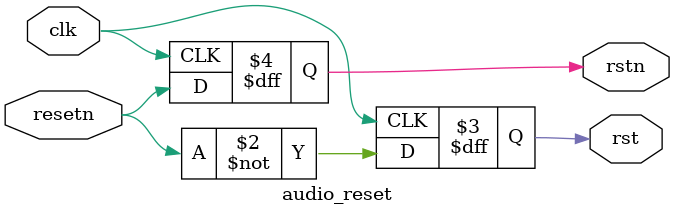
<source format=v>
`timescale 1ns / 1ps


module audio_reset (
(* X_INTERFACE_PARAMETER = "POLARITY ACTIVE_LOW" *)  
    input   resetn,
    
(* X_INTERFACE_PARAMETER = "POLARITY ACTIVE_HIGH" *)  
(* ASYNC_REG = "TRUE" *)
    output reg rst,

(* X_INTERFACE_PARAMETER = "POLARITY ACTIVE_LOW" *)  
(* ASYNC_REG = "TRUE" *)
    output reg rstn,

(* X_INTERFACE_INFO = "xilinx.com:signal:clock:1.0 clk CLK" *)
(* X_INTERFACE_PARAMETER = "ASSOCIATED_RESET rst:rstn" *)
    input clk
);
    
    always @(posedge clk)
    begin
        rst  <= ~resetn;
        rstn <=  resetn;
    end
    
endmodule


</source>
